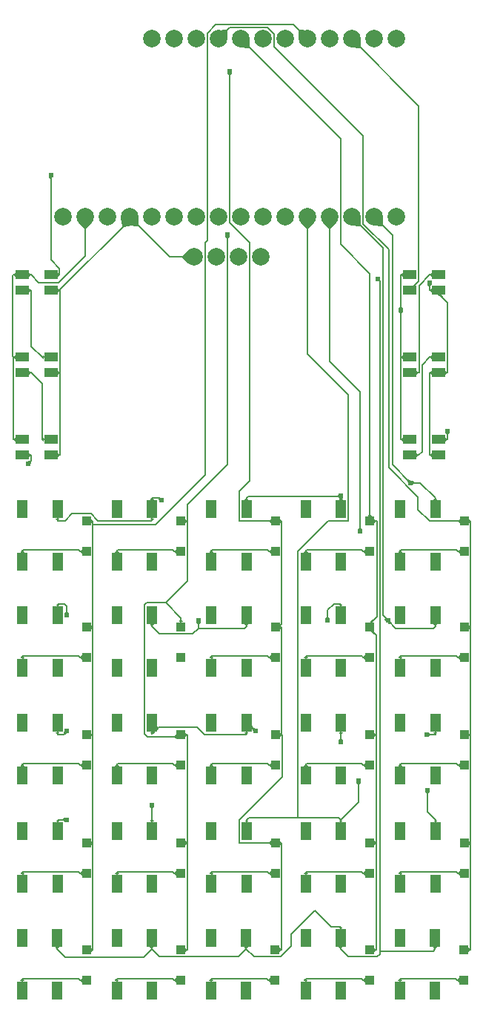
<source format=gtl>
G04 Layer: TopLayer*
G04 EasyEDA v6.5.22, 2022-11-13 20:11:36*
G04 637256469d5b4e0fbaa5dacb6fe29907,a2731e2ff01b41edbee4f831c5fec297,10*
G04 Gerber Generator version 0.2*
G04 Scale: 100 percent, Rotated: No, Reflected: No *
G04 Dimensions in millimeters *
G04 leading zeros omitted , absolute positions ,4 integer and 5 decimal *
%FSLAX45Y45*%
%MOMM*%

%ADD10C,0.1778*%
%ADD11R,1.0000X1.1000*%
%ADD12R,1.5450X0.9970*%
%ADD13R,1.2000X2.1000*%
%ADD14C,2.0000*%
%ADD15C,0.6096*%
%ADD16C,0.0113*%

%LPD*%
G36*
X5384596Y1195324D02*
G01*
X5397957Y1171143D01*
X5415737Y1171143D01*
X5429046Y1195324D01*
G37*
G36*
X4997958Y829462D02*
G01*
X4984597Y805281D01*
X5029047Y805281D01*
X5015738Y829462D01*
G37*
G36*
X4305096Y1195324D02*
G01*
X4318457Y1171143D01*
X4336237Y1171143D01*
X4349546Y1195324D01*
G37*
G36*
X4318457Y1429461D02*
G01*
X4305096Y1405280D01*
X4349546Y1405280D01*
X4336237Y1429461D01*
G37*
G36*
X3918458Y829462D02*
G01*
X3905097Y805281D01*
X3949547Y805281D01*
X3936237Y829462D01*
G37*
G36*
X3225596Y1195324D02*
G01*
X3238957Y1171143D01*
X3256737Y1171143D01*
X3270046Y1195324D01*
G37*
G36*
X2838958Y829462D02*
G01*
X2825597Y805281D01*
X2870047Y805281D01*
X2856738Y829462D01*
G37*
G36*
X2146096Y1195324D02*
G01*
X2159457Y1171143D01*
X2177237Y1171143D01*
X2190546Y1195324D01*
G37*
G36*
X1759407Y829462D02*
G01*
X1746097Y805281D01*
X1790547Y805281D01*
X1777187Y829462D01*
G37*
G36*
X1066596Y1195324D02*
G01*
X1079906Y1171143D01*
X1097686Y1171143D01*
X1111046Y1195324D01*
G37*
G36*
X679907Y829462D02*
G01*
X666597Y805281D01*
X711047Y805281D01*
X697687Y829462D01*
G37*
G36*
X5401919Y2649118D02*
G01*
X5388559Y2624937D01*
X5433009Y2624937D01*
X5419699Y2649118D01*
G37*
G36*
X5001920Y2049119D02*
G01*
X4988560Y2024938D01*
X5033010Y2024938D01*
X5019700Y2049119D01*
G37*
G36*
X4322419Y2649118D02*
G01*
X4309059Y2624937D01*
X4353509Y2624937D01*
X4340199Y2649118D01*
G37*
G36*
X3922420Y2049119D02*
G01*
X3909060Y2024938D01*
X3953510Y2024938D01*
X3940200Y2049119D01*
G37*
G36*
X3242919Y2649118D02*
G01*
X3229559Y2624937D01*
X3274009Y2624937D01*
X3260699Y2649118D01*
G37*
G36*
X2842920Y2049119D02*
G01*
X2829560Y2024938D01*
X2874010Y2024938D01*
X2860700Y2049119D01*
G37*
G36*
X2163419Y2651607D02*
G01*
X2150059Y2624937D01*
X2194509Y2624937D01*
X2181199Y2651607D01*
G37*
G36*
X1763420Y2049119D02*
G01*
X1750060Y2024938D01*
X1794510Y2024938D01*
X1781200Y2049119D01*
G37*
G36*
X1083919Y2649118D02*
G01*
X1070559Y2624937D01*
X1115009Y2624937D01*
X1101699Y2649118D01*
G37*
G36*
X683920Y2049119D02*
G01*
X670560Y2024938D01*
X715010Y2024938D01*
X701700Y2049119D01*
G37*
G36*
X5388559Y3646881D02*
G01*
X5401919Y3622700D01*
X5419699Y3622700D01*
X5433009Y3646881D01*
G37*
G36*
X5001920Y3281019D02*
G01*
X4988560Y3256838D01*
X5033010Y3256838D01*
X5019700Y3281019D01*
G37*
G36*
X4309059Y3646881D02*
G01*
X4322419Y3620211D01*
X4340199Y3620211D01*
X4353509Y3646881D01*
G37*
G36*
X3922420Y3281019D02*
G01*
X3909060Y3256838D01*
X3953510Y3256838D01*
X3940200Y3281019D01*
G37*
G36*
X3311804Y3726434D02*
G01*
X3311804Y3681984D01*
X3338474Y3664965D01*
X3338474Y3690112D01*
G37*
G36*
X3229559Y3646881D02*
G01*
X3242919Y3630929D01*
X3260699Y3630929D01*
X3274009Y3646881D01*
G37*
G36*
X2842920Y3281019D02*
G01*
X2829560Y3256838D01*
X2874010Y3256838D01*
X2860700Y3281019D01*
G37*
G36*
X2166010Y3646881D02*
G01*
X2166010Y3637229D01*
X2184857Y3630929D01*
X2210460Y3646881D01*
G37*
G36*
X2232304Y3713175D02*
G01*
X2232304Y3668725D01*
X2244801Y3690874D01*
X2238552Y3709720D01*
G37*
G36*
X2150059Y3646881D02*
G01*
X2163419Y3630929D01*
X2181199Y3630929D01*
X2194509Y3646881D01*
G37*
G36*
X1763420Y3281019D02*
G01*
X1750060Y3256838D01*
X1794510Y3256838D01*
X1781200Y3281019D01*
G37*
G36*
X1070559Y3646881D02*
G01*
X1083919Y3622700D01*
X1101699Y3622700D01*
X1115009Y3646881D01*
G37*
G36*
X683920Y3281019D02*
G01*
X670560Y3256838D01*
X715010Y3256838D01*
X701700Y3281019D01*
G37*
G36*
X5401919Y6319418D02*
G01*
X5388559Y6295237D01*
X5433009Y6295237D01*
X5419699Y6319418D01*
G37*
G36*
X5001920Y5719419D02*
G01*
X4988560Y5695238D01*
X5033010Y5695238D01*
X5019700Y5719419D01*
G37*
G36*
X4322419Y6319418D02*
G01*
X4309059Y6295237D01*
X4353509Y6295237D01*
X4340199Y6319418D01*
G37*
G36*
X3922420Y5719419D02*
G01*
X3909060Y5695238D01*
X3953510Y5695238D01*
X3940200Y5719419D01*
G37*
G36*
X3242919Y6319418D02*
G01*
X3229559Y6295237D01*
X3274009Y6295237D01*
X3260699Y6319418D01*
G37*
G36*
X2842920Y5719419D02*
G01*
X2829560Y5695238D01*
X2874010Y5695238D01*
X2860700Y5719419D01*
G37*
G36*
X2163419Y6319418D02*
G01*
X2150059Y6295237D01*
X2194509Y6295237D01*
X2181199Y6319418D01*
G37*
G36*
X2150059Y6085281D02*
G01*
X2163419Y6069330D01*
X2181199Y6069330D01*
X2194509Y6085281D01*
G37*
G36*
X1763420Y5719419D02*
G01*
X1750060Y5695238D01*
X1794510Y5695238D01*
X1781200Y5719419D01*
G37*
G36*
X1070559Y6085281D02*
G01*
X1083919Y6061100D01*
X1101699Y6061100D01*
X1115009Y6085281D01*
G37*
G36*
X683920Y5719419D02*
G01*
X670560Y5695238D01*
X715010Y5695238D01*
X701700Y5719419D01*
G37*
G36*
X1083919Y5112918D02*
G01*
X1070559Y5088737D01*
X1115009Y5088737D01*
X1101699Y5112918D01*
G37*
G36*
X683920Y4512919D02*
G01*
X670560Y4488738D01*
X715010Y4488738D01*
X701700Y4512919D01*
G37*
G36*
X2150059Y4878781D02*
G01*
X2163419Y4854600D01*
X2181199Y4854600D01*
X2194509Y4878781D01*
G37*
G36*
X3229559Y4878781D02*
G01*
X3242919Y4854600D01*
X3260699Y4854600D01*
X3274009Y4878781D01*
G37*
G36*
X2842920Y4512919D02*
G01*
X2829560Y4488738D01*
X2874010Y4488738D01*
X2860700Y4512919D01*
G37*
G36*
X4322419Y5112918D02*
G01*
X4309059Y5088737D01*
X4353509Y5088737D01*
X4340199Y5112918D01*
G37*
G36*
X3922420Y4512919D02*
G01*
X3909060Y4488738D01*
X3953510Y4488738D01*
X3940200Y4512919D01*
G37*
G36*
X5388559Y4878781D02*
G01*
X5401919Y4854600D01*
X5419699Y4854600D01*
X5433009Y4878781D01*
G37*
G36*
X5001920Y4512919D02*
G01*
X4988560Y4488738D01*
X5033010Y4488738D01*
X5019700Y4512919D01*
G37*
G36*
X1091895Y8886901D02*
G01*
X1091895Y8842451D01*
X1116025Y8855811D01*
X1116025Y8873591D01*
G37*
G36*
X1091895Y8708948D02*
G01*
X1091895Y8664498D01*
X1116025Y8677808D01*
X1116025Y8695588D01*
G37*
G36*
X764387Y8708948D02*
G01*
X764387Y8664498D01*
X788517Y8677808D01*
X788517Y8695588D01*
G37*
G36*
X609904Y8886901D02*
G01*
X585774Y8873591D01*
X585774Y8855811D01*
X609904Y8842451D01*
G37*
G36*
X764387Y8886901D02*
G01*
X764387Y8842451D01*
X788517Y8855811D01*
X788517Y8873591D01*
G37*
G36*
X5369712Y8886901D02*
G01*
X5345582Y8873591D01*
X5345582Y8855811D01*
X5369712Y8842451D01*
G37*
G36*
X5432094Y8636863D02*
G01*
X5468416Y8610193D01*
X5493562Y8610193D01*
X5476544Y8636863D01*
G37*
G36*
X5369712Y8708948D02*
G01*
X5345582Y8695588D01*
X5345582Y8677808D01*
X5369712Y8664498D01*
G37*
G36*
X5042204Y8886901D02*
G01*
X5018074Y8873591D01*
X5018074Y8855811D01*
X5042204Y8842451D01*
G37*
G36*
X5369712Y7947101D02*
G01*
X5345582Y7933791D01*
X5345582Y7916011D01*
X5369712Y7902651D01*
G37*
G36*
X5524195Y7769148D02*
G01*
X5524195Y7724698D01*
X5548325Y7738008D01*
X5548325Y7755788D01*
G37*
G36*
X5369712Y7769148D02*
G01*
X5345582Y7755788D01*
X5345582Y7738008D01*
X5369712Y7724698D01*
G37*
G36*
X5196687Y7769148D02*
G01*
X5196687Y7724698D01*
X5220817Y7738008D01*
X5220817Y7755788D01*
G37*
G36*
X5042204Y7947101D02*
G01*
X5018074Y7933791D01*
X5018074Y7916011D01*
X5042204Y7902651D01*
G37*
G36*
X5524195Y7007301D02*
G01*
X5524195Y6962851D01*
X5548325Y6976211D01*
X5548325Y6993991D01*
G37*
G36*
X5369712Y6829348D02*
G01*
X5345582Y6815988D01*
X5345582Y6798208D01*
X5369712Y6784898D01*
G37*
G36*
X5196687Y6829348D02*
G01*
X5196687Y6784898D01*
X5220817Y6798208D01*
X5220817Y6815988D01*
G37*
G36*
X5042204Y7007301D02*
G01*
X5018074Y6993991D01*
X5018074Y6976211D01*
X5042204Y6962851D01*
G37*
G36*
X937412Y7007301D02*
G01*
X913282Y6993991D01*
X913282Y6976211D01*
X937412Y6962851D01*
G37*
G36*
X1091895Y6829348D02*
G01*
X1091895Y6784898D01*
X1116025Y6798208D01*
X1116025Y6815988D01*
G37*
G36*
X764387Y6829348D02*
G01*
X764387Y6784898D01*
X788517Y6798208D01*
X788517Y6815988D01*
G37*
G36*
X609904Y7007301D02*
G01*
X585774Y6993991D01*
X585774Y6976211D01*
X609904Y6962851D01*
G37*
G36*
X937412Y7947101D02*
G01*
X913282Y7933791D01*
X913282Y7916011D01*
X937412Y7902651D01*
G37*
G36*
X1091895Y7769148D02*
G01*
X1091895Y7724698D01*
X1116025Y7738008D01*
X1116025Y7755788D01*
G37*
G36*
X764387Y7769148D02*
G01*
X764387Y7724698D01*
X788517Y7738008D01*
X788517Y7755788D01*
G37*
G36*
X609904Y7947101D02*
G01*
X585774Y7933791D01*
X585774Y7916011D01*
X609904Y7902651D01*
G37*
G36*
X1472387Y6075832D02*
G01*
X1472387Y6031382D01*
X1496568Y6044692D01*
X1496568Y6062472D01*
G37*
G36*
X1372412Y5728817D02*
G01*
X1348282Y5715457D01*
X1348282Y5697677D01*
X1372412Y5684367D01*
G37*
G36*
X4710887Y3637432D02*
G01*
X4710887Y3592982D01*
X4735068Y3606292D01*
X4735068Y3624072D01*
G37*
G36*
X4610912Y3290417D02*
G01*
X4586782Y3277057D01*
X4586782Y3259277D01*
X4610912Y3245967D01*
G37*
G36*
X3631387Y3637432D02*
G01*
X3631387Y3592982D01*
X3655568Y3606292D01*
X3655568Y3624072D01*
G37*
G36*
X3531412Y3290417D02*
G01*
X3507282Y3277057D01*
X3507282Y3259277D01*
X3531412Y3245967D01*
G37*
G36*
X2451912Y3618687D02*
G01*
X2425242Y3605377D01*
X2425242Y3587597D01*
X2451912Y3574237D01*
G37*
G36*
X2551887Y3637432D02*
G01*
X2551887Y3592982D01*
X2576068Y3606292D01*
X2576068Y3624072D01*
G37*
G36*
X2451912Y3290417D02*
G01*
X2427782Y3277057D01*
X2427782Y3259277D01*
X2451912Y3245967D01*
G37*
G36*
X1472387Y3637432D02*
G01*
X1472387Y3592982D01*
X1488338Y3606292D01*
X1488338Y3624072D01*
G37*
G36*
X1372412Y3290417D02*
G01*
X1348282Y3277057D01*
X1348282Y3259277D01*
X1372412Y3245967D01*
G37*
G36*
X5790387Y4869332D02*
G01*
X5790387Y4824882D01*
X5814568Y4838192D01*
X5814568Y4855972D01*
G37*
G36*
X5690412Y4522317D02*
G01*
X5666282Y4508957D01*
X5666282Y4491177D01*
X5690412Y4477867D01*
G37*
G36*
X4675124Y4792116D02*
G01*
X4711446Y4765446D01*
X4736592Y4765446D01*
X4710887Y4792116D01*
G37*
G36*
X4692954Y4928768D02*
G01*
X4656632Y4902098D01*
X4701082Y4902098D01*
X4718100Y4928768D01*
G37*
G36*
X4610912Y4522317D02*
G01*
X4586782Y4508957D01*
X4586782Y4491177D01*
X4610912Y4477867D01*
G37*
G36*
X3649421Y4890566D02*
G01*
X3631387Y4882235D01*
X3631387Y4837785D01*
X3655669Y4871720D01*
G37*
G36*
X3631387Y4869332D02*
G01*
X3631387Y4824882D01*
X3655568Y4838192D01*
X3655568Y4855972D01*
G37*
G36*
X3531412Y4522317D02*
G01*
X3507282Y4508957D01*
X3507282Y4491177D01*
X3531412Y4477867D01*
G37*
G36*
X2493010Y4928768D02*
G01*
X2479700Y4902098D01*
X2524150Y4902098D01*
X2510790Y4928768D01*
G37*
G36*
X1472387Y4869332D02*
G01*
X1472387Y4824882D01*
X1496568Y4838192D01*
X1496568Y4855972D01*
G37*
G36*
X1372412Y4522317D02*
G01*
X1348282Y4508957D01*
X1348282Y4491177D01*
X1372412Y4477867D01*
G37*
G36*
X5690412Y6075832D02*
G01*
X5663742Y6062472D01*
X5663742Y6044692D01*
X5690412Y6031382D01*
G37*
G36*
X5790387Y6075832D02*
G01*
X5790387Y6031382D01*
X5814568Y6044692D01*
X5814568Y6062472D01*
G37*
G36*
X5690412Y5728817D02*
G01*
X5666282Y5715457D01*
X5666282Y5697677D01*
X5690412Y5684367D01*
G37*
G36*
X4652010Y6135268D02*
G01*
X4638700Y6108598D01*
X4683150Y6108598D01*
X4669790Y6135268D01*
G37*
G36*
X4710887Y6075832D02*
G01*
X4710887Y6031382D01*
X4735068Y6044692D01*
X4735068Y6062472D01*
G37*
G36*
X4610912Y5728817D02*
G01*
X4586782Y5715457D01*
X4586782Y5697677D01*
X4610912Y5684367D01*
G37*
G36*
X3531412Y6075832D02*
G01*
X3504742Y6062472D01*
X3504742Y6044692D01*
X3531412Y6031382D01*
G37*
G36*
X3631387Y6075832D02*
G01*
X3631387Y6031382D01*
X3655568Y6044692D01*
X3655568Y6062472D01*
G37*
G36*
X3531412Y5728817D02*
G01*
X3507282Y5715457D01*
X3507282Y5697677D01*
X3531412Y5684367D01*
G37*
G36*
X2551887Y6075832D02*
G01*
X2551887Y6031382D01*
X2576068Y6044692D01*
X2576068Y6062472D01*
G37*
G36*
X2451912Y5728817D02*
G01*
X2427782Y5715457D01*
X2427782Y5697677D01*
X2451912Y5684367D01*
G37*
G36*
X5790387Y3637432D02*
G01*
X5790387Y3592982D01*
X5806389Y3606292D01*
X5806389Y3624072D01*
G37*
G36*
X5690412Y3290417D02*
G01*
X5666282Y3277057D01*
X5666282Y3259277D01*
X5690412Y3245967D01*
G37*
G36*
X5786424Y1185875D02*
G01*
X5786424Y1141425D01*
X5810605Y1154734D01*
X5810605Y1172514D01*
G37*
G36*
X5686399Y838860D02*
G01*
X5662269Y825500D01*
X5662269Y807720D01*
X5686399Y794410D01*
G37*
G36*
X4706924Y1185875D02*
G01*
X4706924Y1141425D01*
X4731105Y1154734D01*
X4731105Y1172514D01*
G37*
G36*
X4606899Y838860D02*
G01*
X4582769Y825500D01*
X4582769Y807720D01*
X4606899Y794410D01*
G37*
G36*
X3627424Y1185875D02*
G01*
X3627424Y1141425D01*
X3651605Y1154734D01*
X3651605Y1172514D01*
G37*
G36*
X3527399Y838860D02*
G01*
X3503269Y825500D01*
X3503269Y807720D01*
X3527399Y794410D01*
G37*
G36*
X2547924Y1185875D02*
G01*
X2547924Y1141425D01*
X2572105Y1154734D01*
X2572105Y1172514D01*
G37*
G36*
X2447899Y838860D02*
G01*
X2423769Y825500D01*
X2423769Y807720D01*
X2447899Y794410D01*
G37*
G36*
X1471777Y1184046D02*
G01*
X1471777Y1139596D01*
X1495958Y1152906D01*
X1495958Y1170686D01*
G37*
G36*
X1371803Y837082D02*
G01*
X1347622Y823721D01*
X1347622Y805942D01*
X1371803Y792632D01*
G37*
G36*
X5790387Y2405532D02*
G01*
X5790387Y2361082D01*
X5814568Y2374392D01*
X5814568Y2392172D01*
G37*
G36*
X5690412Y2058517D02*
G01*
X5666282Y2045157D01*
X5666282Y2027377D01*
X5690412Y2014067D01*
G37*
G36*
X4710887Y2405532D02*
G01*
X4710887Y2361082D01*
X4735068Y2374392D01*
X4735068Y2392172D01*
G37*
G36*
X4610912Y2058517D02*
G01*
X4586782Y2045157D01*
X4586782Y2027377D01*
X4610912Y2014067D01*
G37*
G36*
X3531412Y2405532D02*
G01*
X3504742Y2392172D01*
X3504742Y2374392D01*
X3531412Y2361082D01*
G37*
G36*
X3631387Y2405532D02*
G01*
X3631387Y2361082D01*
X3655568Y2374392D01*
X3655568Y2392172D01*
G37*
G36*
X3531412Y2058517D02*
G01*
X3507282Y2045157D01*
X3507282Y2027377D01*
X3531412Y2014067D01*
G37*
G36*
X2551887Y2405532D02*
G01*
X2551887Y2361082D01*
X2576068Y2374392D01*
X2576068Y2392172D01*
G37*
G36*
X2451912Y2058517D02*
G01*
X2427782Y2045157D01*
X2427782Y2027377D01*
X2451912Y2014067D01*
G37*
G36*
X1472387Y2405532D02*
G01*
X1472387Y2361082D01*
X1496568Y2374392D01*
X1496568Y2392172D01*
G37*
G36*
X1372412Y2058517D02*
G01*
X1348282Y2045157D01*
X1348282Y2027377D01*
X1372412Y2014067D01*
G37*
G36*
X5525465Y7060793D02*
G01*
X5539435Y7039457D01*
X5557215Y7039457D01*
X5571185Y7060793D01*
G37*
G36*
X779221Y6745782D02*
G01*
X754278Y6740601D01*
X786587Y6708241D01*
X791819Y6733235D01*
G37*
G36*
X4783074Y8822080D02*
G01*
X4750765Y8789720D01*
X4769510Y8790736D01*
X4782058Y8803335D01*
G37*
G36*
X5299913Y2966516D02*
G01*
X5313883Y2945180D01*
X5331663Y2945180D01*
X5345633Y2966516D01*
G37*
G36*
X4509668Y3072333D02*
G01*
X4523638Y3050997D01*
X4541418Y3050997D01*
X4555388Y3072333D01*
G37*
G36*
X2149449Y2796743D02*
G01*
X2163419Y2775407D01*
X2181199Y2775407D01*
X2195169Y2796743D01*
G37*
G36*
X1173429Y2671978D02*
G01*
X1152093Y2658008D01*
X1152093Y2640228D01*
X1173429Y2626258D01*
G37*
G36*
X5330037Y3645560D02*
G01*
X5330037Y3599840D01*
X5351373Y3613810D01*
X5351373Y3631590D01*
G37*
G36*
X4322419Y3572764D02*
G01*
X4308449Y3551428D01*
X4354169Y3551428D01*
X4340199Y3572764D01*
G37*
G36*
X3335680Y3692906D02*
G01*
X3323132Y3680358D01*
X3328314Y3655364D01*
X3360674Y3687724D01*
G37*
G36*
X1168400Y3659225D02*
G01*
X1163167Y3634232D01*
X1175766Y3621684D01*
X1200708Y3626865D01*
G37*
G36*
X4541062Y5977788D02*
G01*
X4527092Y5956452D01*
X4572812Y5956452D01*
X4558842Y5977788D01*
G37*
G36*
X4169968Y4961483D02*
G01*
X4155998Y4940147D01*
X4201718Y4940147D01*
X4187748Y4961483D01*
G37*
G36*
X4844694Y4955590D02*
G01*
X4832146Y4943043D01*
X4837328Y4918049D01*
X4869688Y4950409D01*
G37*
G36*
X4898186Y4921910D02*
G01*
X4865827Y4889550D01*
X4890820Y4884369D01*
X4903368Y4896916D01*
G37*
G36*
X1189939Y5025237D02*
G01*
X1175969Y5003901D01*
X1221689Y5003901D01*
X1207719Y5025237D01*
G37*
G36*
X2682036Y4899812D02*
G01*
X2696006Y4878476D01*
X2713786Y4878476D01*
X2727756Y4899812D01*
G37*
G36*
X5146903Y6516116D02*
G01*
X5146903Y6470396D01*
X5168239Y6484366D01*
X5168239Y6502146D01*
G37*
G36*
X5103672Y6528866D02*
G01*
X5091125Y6516319D01*
X5096306Y6491325D01*
X5128615Y6523685D01*
G37*
G36*
X4308246Y6361023D02*
G01*
X4288993Y6344361D01*
X4291431Y6326581D01*
X4314444Y6315760D01*
G37*
G36*
X4308449Y6320993D02*
G01*
X4322419Y6299657D01*
X4340199Y6299657D01*
X4354169Y6320993D01*
G37*
G36*
X2258060Y6325717D02*
G01*
X2245512Y6313119D01*
X2247849Y6291021D01*
X2280158Y6323380D01*
G37*
G36*
X3037840Y11164316D02*
G01*
X3051810Y11142980D01*
X3069590Y11142980D01*
X3083560Y11164316D01*
G37*
G36*
X3012440Y9302191D02*
G01*
X3026410Y9280855D01*
X3044190Y9280855D01*
X3058160Y9302191D01*
G37*
G36*
X991819Y9983012D02*
G01*
X1005789Y9961676D01*
X1023569Y9961676D01*
X1037539Y9983012D01*
G37*
G36*
X5009032Y8503920D02*
G01*
X4995062Y8482584D01*
X5040782Y8482584D01*
X5026812Y8503920D01*
G37*
G36*
X4995062Y8442299D02*
G01*
X5009032Y8420963D01*
X5026812Y8420963D01*
X5040782Y8442299D01*
G37*
G36*
X5366461Y8757056D02*
G01*
X5320893Y8753043D01*
X5336692Y8732977D01*
X5354472Y8734552D01*
G37*
G36*
X1334719Y9458858D02*
G01*
X1400810Y9388856D01*
X1418590Y9388856D01*
X1484680Y9458858D01*
G37*
G36*
X1818538Y9512147D02*
G01*
X1834032Y9417253D01*
X1849018Y9407093D01*
X1942846Y9428226D01*
G37*
G36*
X2017522Y9531248D02*
G01*
X1911451Y9425178D01*
X2007666Y9422434D01*
X2020265Y9435033D01*
G37*
G36*
X3874719Y9458858D02*
G01*
X3940810Y9388856D01*
X3958590Y9388856D01*
X4024680Y9458858D01*
G37*
G36*
X4128719Y9458858D02*
G01*
X4194810Y9388856D01*
X4212590Y9388856D01*
X4278680Y9458858D01*
G37*
G36*
X4557522Y9531248D02*
G01*
X4451451Y9425178D01*
X4547666Y9422434D01*
X4560265Y9435033D01*
G37*
G36*
X4811522Y9531248D02*
G01*
X4705451Y9425178D01*
X4801666Y9422434D01*
X4814265Y9435033D01*
G37*
G36*
X3023666Y11659565D02*
G01*
X2927451Y11656822D01*
X3033522Y11550751D01*
X3036265Y11646966D01*
G37*
G36*
X3287522Y11563248D02*
G01*
X3181451Y11457178D01*
X3277666Y11454434D01*
X3290265Y11467033D01*
G37*
G36*
X3859733Y11659565D02*
G01*
X3847134Y11646966D01*
X3849878Y11550751D01*
X3955948Y11656822D01*
G37*
G36*
X4557522Y11563248D02*
G01*
X4451451Y11457178D01*
X4547666Y11454434D01*
X4560265Y11467033D01*
G37*
G36*
X2588158Y9142780D02*
G01*
X2518156Y9076690D01*
X2518156Y9058910D01*
X2588158Y8992819D01*
G37*
D10*
X5447029Y7747000D02*
G01*
X5548375Y7747000D01*
X5404358Y8686800D02*
G01*
X5548375Y8542781D01*
X5548375Y7747000D01*
X5548375Y7747000D01*
X5404358Y8686800D02*
G01*
X5345684Y8686800D01*
X5446953Y8686698D02*
G01*
X5404484Y8686698D01*
X5341899Y8775115D02*
G01*
X5345556Y8771458D01*
X5345556Y8686698D01*
X1917700Y9525000D02*
G01*
X1917700Y9488347D01*
X1116050Y8686698D01*
X1122095Y7746898D02*
G01*
X1122095Y8680653D01*
X1116050Y8686698D01*
X1917700Y9525000D02*
G01*
X2374900Y9067800D01*
X2654300Y9067800D01*
X1116050Y6807098D02*
G01*
X1122095Y6813143D01*
X1122095Y7746898D01*
X1122095Y7746898D02*
G01*
X1116050Y7746898D01*
X1014729Y8686800D02*
G01*
X1116076Y8686800D01*
X1014729Y7747000D02*
G01*
X1116076Y7747000D01*
X1014729Y6807200D02*
G01*
X1116076Y6807200D01*
X5345556Y6807098D02*
G01*
X5345429Y6807225D01*
X5345429Y7746771D01*
X5345556Y7746898D01*
X5447029Y6807200D02*
G01*
X5345684Y6807200D01*
X5447029Y7747000D02*
G01*
X5345684Y7747000D01*
X687070Y6985000D02*
G01*
X585723Y6985000D01*
X585749Y6985101D02*
G01*
X585622Y6985228D01*
X585622Y7924774D01*
X585749Y7924901D01*
X687070Y7924800D02*
G01*
X585723Y7924800D01*
X687070Y8864600D02*
G01*
X585723Y8864600D01*
X585749Y8864701D02*
G01*
X574979Y8853931D01*
X574979Y7935671D01*
X585749Y7924901D01*
X729640Y8864701D02*
G01*
X687146Y8864701D01*
X729742Y8864600D02*
G01*
X788415Y8864600D01*
X788543Y8864701D02*
G01*
X877544Y8775700D01*
X1104950Y8775700D01*
X1409700Y9080449D01*
X1409700Y9525000D01*
X5017922Y8462441D02*
G01*
X5017922Y8864574D01*
X5018049Y8864701D01*
X5017922Y7924901D02*
G01*
X5017922Y8462441D01*
X5017922Y7924901D02*
G01*
X5017922Y6985228D01*
X5018049Y6985101D01*
X5017922Y7924901D02*
G01*
X5018049Y7924901D01*
X5119370Y6985000D02*
G01*
X5018024Y6985000D01*
X5119370Y7924800D02*
G01*
X5018024Y7924800D01*
X5119370Y8864600D02*
G01*
X5018024Y8864600D01*
X4457700Y11557000D02*
G01*
X5220970Y10793729D01*
X5220970Y8788145D01*
X5119370Y8686800D01*
X1116050Y8864701D02*
G01*
X1116050Y8933510D01*
X1014653Y9034906D01*
X1014653Y10003154D01*
X1014729Y8864600D02*
G01*
X1116076Y8864600D01*
X1496695Y6017945D02*
G01*
X1496695Y4847209D01*
X1496568Y4847081D01*
X1496568Y6053581D02*
G01*
X1496695Y6053454D01*
X1496695Y6017945D01*
X1496695Y6017945D02*
G01*
X2213609Y6017945D01*
X2781198Y6585534D01*
X2781198Y9229318D01*
X2806700Y9254820D01*
X2806700Y11624030D01*
X2901391Y11718721D01*
X3787978Y11718721D01*
X3949700Y11557000D01*
X1421892Y1161795D02*
G01*
X1496060Y1161795D01*
X1496695Y2383281D02*
G01*
X1496695Y3606850D01*
X1488363Y3615181D01*
X1495958Y1161821D02*
G01*
X1496695Y1162557D01*
X1496695Y2383281D01*
X1496695Y2383281D02*
G01*
X1496568Y2383281D01*
X1422400Y2383281D02*
G01*
X1496568Y2383281D01*
X1496568Y4847081D02*
G01*
X1496695Y4846954D01*
X1496695Y3623513D01*
X1488363Y3615181D01*
X1422400Y6053581D02*
G01*
X1496568Y6053581D01*
X1422400Y3615181D02*
G01*
X1488439Y3615181D01*
X1422400Y4847081D02*
G01*
X1496568Y4847081D01*
X3035325Y9322333D02*
G01*
X3035325Y6701764D01*
X2576068Y6242507D01*
X2576068Y6053581D01*
X2326919Y5124856D02*
G01*
X2576195Y5374131D01*
X2576195Y6053454D01*
X2576068Y6053581D01*
X2501900Y4886705D02*
G01*
X2501900Y4949952D01*
X2326893Y5124957D01*
X2520441Y3615181D02*
G01*
X2501645Y3596386D01*
X2118613Y3596386D01*
X2088134Y3627120D01*
X2088134Y5099050D01*
X2113788Y5124957D01*
X2326893Y5124957D01*
X2520441Y3615181D02*
G01*
X2576068Y3615181D01*
X2501900Y3615181D02*
G01*
X2520441Y3615181D01*
X2501900Y4847081D02*
G01*
X2501900Y4886680D01*
X2576195Y2383281D02*
G01*
X2576195Y1167739D01*
X2572080Y1163624D01*
X2576068Y3615181D02*
G01*
X2576195Y3615054D01*
X2576195Y2383281D01*
X2576195Y2383281D02*
G01*
X2576068Y2383281D01*
X2497836Y1163573D02*
G01*
X2572004Y1163573D01*
X2501900Y6053581D02*
G01*
X2576068Y6053581D01*
X2501900Y2383281D02*
G01*
X2576068Y2383281D01*
X3060700Y11184381D02*
G01*
X3060700Y9457944D01*
X3289300Y9229344D01*
X3289300Y6516115D01*
X3167634Y6394195D01*
X3167634Y6060947D01*
X3175000Y6053581D01*
X3581400Y6053581D01*
X3581400Y6053581D02*
G01*
X3655568Y6053581D01*
X3618484Y4847081D02*
G01*
X3655568Y4884165D01*
X3655568Y6053328D01*
X3655568Y6053581D01*
X3618484Y4847081D02*
G01*
X3655568Y4847081D01*
X3581400Y4847081D02*
G01*
X3618484Y4847081D01*
X3581400Y2383281D02*
G01*
X3172713Y2383281D01*
X3167634Y2388362D01*
X3167634Y2643378D01*
X3661918Y3137915D01*
X3661918Y3608831D01*
X3655568Y3615181D01*
X3618484Y2383281D02*
G01*
X3581400Y2383281D01*
X3618484Y2383281D02*
G01*
X3655568Y2383281D01*
X3581400Y3615181D02*
G01*
X3655568Y3615181D01*
X3655568Y3615181D02*
G01*
X3655695Y3615309D01*
X3655695Y4846954D01*
X3655568Y4847081D01*
X3577336Y1163573D02*
G01*
X3651504Y1163573D01*
X3651580Y1163624D02*
G01*
X3655695Y1167739D01*
X3655695Y2383154D01*
X3655568Y2383281D01*
X4660900Y6053581D02*
G01*
X4660900Y8879839D01*
X4327906Y9212834D01*
X4327906Y10416794D01*
X3187700Y11557000D01*
X4642358Y4847081D02*
G01*
X4735068Y4754371D01*
X4735068Y3615181D01*
X4735068Y3615181D01*
X4642383Y4847081D02*
G01*
X4623841Y4847081D01*
X4660900Y4847081D02*
G01*
X4642383Y4847081D01*
X4660900Y6053581D02*
G01*
X4735068Y6053581D01*
X4623815Y4847081D02*
G01*
X4742688Y4965954D01*
X4742688Y6045962D01*
X4735068Y6053581D01*
X4660900Y3615181D02*
G01*
X4735068Y3615181D01*
X4735195Y2383281D02*
G01*
X4735195Y1167739D01*
X4731080Y1163624D01*
X4735068Y3615181D02*
G01*
X4735195Y3615054D01*
X4735195Y2383281D01*
X4735195Y2383281D02*
G01*
X4735068Y2383281D01*
X4656836Y1163573D02*
G01*
X4731004Y1163573D01*
X4660900Y2383281D02*
G01*
X4735068Y2383281D01*
X2933700Y11557000D02*
G01*
X3060191Y11683492D01*
X3493261Y11683492D01*
X3568700Y11608054D01*
X3568700Y11468608D01*
X4584700Y10452608D01*
X4584700Y9444989D01*
X4877308Y9152381D01*
X4877308Y6665468D01*
X5210809Y6331712D01*
X5210809Y6187947D01*
X5345175Y6053581D01*
X5740400Y6053581D01*
X5777484Y6053581D02*
G01*
X5740400Y6053581D01*
X5777484Y6053581D02*
G01*
X5814568Y6053581D01*
X5736336Y1163573D02*
G01*
X5810504Y1163573D01*
X5810580Y1163624D02*
G01*
X5814695Y1167739D01*
X5814695Y2383154D01*
X5814568Y2383281D01*
X5740400Y2383281D02*
G01*
X5814568Y2383281D01*
X5814568Y3615181D02*
G01*
X5814695Y3615054D01*
X5814695Y2383409D01*
X5814568Y2383281D01*
X5806363Y3615181D02*
G01*
X5814568Y3615181D01*
X5740400Y3615181D02*
G01*
X5806440Y3615181D01*
X5814568Y6053581D02*
G01*
X5814695Y6053454D01*
X5814695Y4847209D01*
X5814568Y4847081D01*
X5740400Y4847081D02*
G01*
X5814568Y4847081D01*
X5814568Y4847081D02*
G01*
X5814695Y4846954D01*
X5814695Y3615309D01*
X5814568Y3615181D01*
X2278252Y6292951D02*
G01*
X2251786Y6319418D01*
X2172309Y6319418D01*
X2172208Y6190234D02*
G01*
X2172208Y6319520D01*
X5126736Y6493255D02*
G01*
X5236972Y6493255D01*
X5410809Y6319418D01*
X4711700Y9525000D02*
G01*
X4922011Y9314687D01*
X4922011Y6697979D01*
X5126736Y6493255D01*
X4331309Y6319418D02*
G01*
X4331309Y6341135D01*
X3251708Y6190234D02*
G01*
X3251708Y6319520D01*
X3251809Y6319418D02*
G01*
X3267887Y6335496D01*
X4315231Y6335496D01*
X4331309Y6319418D01*
X4331208Y6190234D02*
G01*
X4331208Y6319520D01*
X1092707Y6190234D02*
G01*
X1092707Y6061202D01*
X2172309Y6069329D02*
G01*
X2163952Y6060973D01*
X1554327Y6060973D01*
X1473454Y6141846D01*
X1257706Y6141846D01*
X1176959Y6061100D01*
X1092809Y6061100D01*
X2172208Y6190234D02*
G01*
X2172208Y6069329D01*
X5410708Y6190234D02*
G01*
X5410708Y6319520D01*
X2704871Y4832908D02*
G01*
X2704871Y4919979D01*
X2172309Y4854600D02*
G01*
X2259101Y4767808D01*
X2639771Y4767808D01*
X2704871Y4832908D01*
X2704871Y4832908D02*
G01*
X3230118Y4832908D01*
X3251809Y4854600D01*
X1092707Y4983734D02*
G01*
X1092707Y5113020D01*
X1092809Y5112918D02*
G01*
X1172337Y5112918D01*
X1198829Y5086426D01*
X1198829Y4983759D01*
X4867757Y4919979D02*
G01*
X4808956Y4978780D01*
X4808956Y9173743D01*
X4457700Y9525000D01*
X5410809Y4854600D02*
G01*
X5389118Y4832908D01*
X4954828Y4832908D01*
X4867757Y4919979D01*
X4331309Y5112918D02*
G01*
X4252620Y5112918D01*
X4178858Y5039156D01*
X4178858Y4919979D01*
X4331208Y4983734D02*
G01*
X4331208Y5113020D01*
X3251809Y4919192D02*
G01*
X3251809Y4983759D01*
X3251708Y4919218D02*
G01*
X3251708Y4854702D01*
X5410708Y4983734D02*
G01*
X5410708Y4854702D01*
X2172208Y4983734D02*
G01*
X2172208Y4854702D01*
X4549952Y5936284D02*
G01*
X4549952Y7528001D01*
X4203700Y7874254D01*
X4203700Y9525000D01*
X3251708Y3721100D02*
G01*
X3294888Y3721100D01*
X3358641Y3657345D01*
X1198803Y3657295D02*
G01*
X1164209Y3622700D01*
X1092809Y3622700D01*
X1092707Y3751834D02*
G01*
X1092707Y3622802D01*
X3251708Y3721100D02*
G01*
X3251708Y3630929D01*
X3251809Y3751859D02*
G01*
X3251809Y3721100D01*
X5410809Y3622700D02*
G01*
X5309895Y3622700D01*
X5410708Y3751834D02*
G01*
X5410708Y3622802D01*
X4331208Y3751834D02*
G01*
X4331208Y3531362D01*
X3251809Y3630929D02*
G01*
X3243452Y3622573D01*
X2767533Y3622573D01*
X2686659Y3703446D01*
X2244826Y3703446D01*
X2172309Y3630929D01*
X2172208Y3751834D02*
G01*
X2172208Y3630929D01*
X3835654Y2673400D02*
G01*
X3276091Y2673400D01*
X3251809Y2649118D01*
X4331309Y2649118D02*
G01*
X4307027Y2673400D01*
X3835654Y2673400D01*
X3835654Y2673400D02*
G01*
X3835654Y5706694D01*
X4187164Y6058204D01*
X4410405Y6058204D01*
X4415586Y6063386D01*
X4415586Y7495946D01*
X3949700Y7961833D01*
X3949700Y9525000D01*
X1193596Y2649118D02*
G01*
X1092809Y2649118D01*
X1092707Y2519934D02*
G01*
X1092707Y2649220D01*
X5410809Y2649118D02*
G01*
X5322773Y2737154D01*
X5322773Y2986684D01*
X2172208Y2816860D02*
G01*
X2172208Y2519934D01*
X5410708Y2519934D02*
G01*
X5410708Y2649220D01*
X4532553Y3092500D02*
G01*
X4532553Y2850362D01*
X4331309Y2649118D01*
X3251708Y2519934D02*
G01*
X3251708Y2649220D01*
X4331208Y2519934D02*
G01*
X4331208Y2649220D01*
X4775784Y1149451D02*
G01*
X4775784Y8797036D01*
X4752670Y8820150D01*
X5406821Y1171143D02*
G01*
X5385130Y1149451D01*
X4775784Y1149451D01*
X4327321Y1171143D02*
G01*
X4414113Y1084351D01*
X4745532Y1084351D01*
X4775784Y1114602D01*
X4775784Y1149451D01*
X3247821Y1171143D02*
G01*
X3161029Y1084351D01*
X2255113Y1084351D01*
X2168321Y1171143D01*
X2168321Y1171143D02*
G01*
X2079726Y1082547D01*
X1177417Y1082547D01*
X1088821Y1171143D01*
X1088897Y1300226D02*
G01*
X1088897Y1171194D01*
X2168397Y1300226D02*
G01*
X2168397Y1171194D01*
X4327321Y1429461D02*
G01*
X4220667Y1429461D01*
X4033977Y1616151D01*
X3759047Y1341221D01*
X3759047Y1204010D01*
X3639388Y1084351D01*
X3334613Y1084351D01*
X3247821Y1171143D01*
X3247897Y1300226D02*
G01*
X3247897Y1171194D01*
X4327397Y1300226D02*
G01*
X4327397Y1171194D01*
X5406897Y1300226D02*
G01*
X5406897Y1171194D01*
X4327397Y1300226D02*
G01*
X4327397Y1429512D01*
X5548350Y6985101D02*
G01*
X5548350Y7080935D01*
X5447029Y6985000D02*
G01*
X5548375Y6985000D01*
X756183Y6710171D02*
G01*
X788543Y6742531D01*
X788543Y6807098D01*
X687070Y6807200D02*
G01*
X788415Y6807200D01*
X687070Y7747000D02*
G01*
X788415Y7747000D01*
X1014729Y6985000D02*
G01*
X913384Y6985000D01*
X913256Y6985101D02*
G01*
X913256Y7622184D01*
X788543Y7746898D01*
X5345556Y8864701D02*
G01*
X5223306Y8742451D01*
X5223306Y7749362D01*
X5220843Y7746898D01*
X5119370Y7747000D02*
G01*
X5220715Y7747000D01*
X5447029Y8864600D02*
G01*
X5345684Y8864600D01*
X5447029Y7924800D02*
G01*
X5345684Y7924800D01*
X5119370Y6807200D02*
G01*
X5220715Y6807200D01*
X5220843Y6807098D02*
G01*
X5256479Y6842734D01*
X5256479Y7835823D01*
X5345556Y7924901D01*
X1014729Y7924800D02*
G01*
X913384Y7924800D01*
X687070Y8686800D02*
G01*
X788415Y8686800D01*
X788543Y8686698D02*
G01*
X788543Y8049615D01*
X913256Y7924901D01*
X5736336Y816610D02*
G01*
X5662168Y816610D01*
X5006847Y700278D02*
G01*
X5006847Y829563D01*
X5006822Y829462D02*
G01*
X5012181Y834821D01*
X5644083Y834821D01*
X5662269Y816635D01*
X4656836Y816610D02*
G01*
X4582668Y816610D01*
X3927347Y700278D02*
G01*
X3927347Y829563D01*
X3927322Y829462D02*
G01*
X3932681Y834821D01*
X4564583Y834821D01*
X4582769Y816635D01*
X3577336Y816610D02*
G01*
X3503168Y816610D01*
X2847847Y700278D02*
G01*
X2847847Y829563D01*
X2847822Y829462D02*
G01*
X2853181Y834821D01*
X3485083Y834821D01*
X3503269Y816635D01*
X2497836Y816610D02*
G01*
X2423668Y816610D01*
X1768347Y700278D02*
G01*
X1768347Y829563D01*
X1768322Y829462D02*
G01*
X1773681Y834821D01*
X2405583Y834821D01*
X2423769Y816635D01*
X1421892Y814831D02*
G01*
X1347723Y814831D01*
X688847Y700278D02*
G01*
X688847Y829563D01*
X688822Y829462D02*
G01*
X693293Y833932D01*
X1328546Y833932D01*
X1347647Y814831D01*
X5740400Y2036318D02*
G01*
X5666231Y2036318D01*
X5010911Y1919986D02*
G01*
X5010911Y2049018D01*
X5010810Y2049119D02*
G01*
X5016169Y2054479D01*
X5648070Y2054479D01*
X5666257Y2036292D01*
X4660900Y2036318D02*
G01*
X4586731Y2036318D01*
X3931411Y1919986D02*
G01*
X3931411Y2049018D01*
X3931310Y2049119D02*
G01*
X3936669Y2054479D01*
X4568570Y2054479D01*
X4586757Y2036292D01*
X3581400Y2036318D02*
G01*
X3507231Y2036318D01*
X2851911Y1919986D02*
G01*
X2851911Y2049018D01*
X2851810Y2049119D02*
G01*
X2857169Y2054479D01*
X3489070Y2054479D01*
X3507257Y2036292D01*
X2501900Y2036318D02*
G01*
X2427731Y2036318D01*
X1772412Y1919986D02*
G01*
X1772412Y2049018D01*
X1772310Y2049119D02*
G01*
X1777669Y2054479D01*
X2409570Y2054479D01*
X2427757Y2036292D01*
X1422400Y2036318D02*
G01*
X1348231Y2036318D01*
X692912Y1919986D02*
G01*
X692912Y2049018D01*
X692810Y2049119D02*
G01*
X698169Y2054479D01*
X1330070Y2054479D01*
X1348257Y2036292D01*
X5740400Y3268218D02*
G01*
X5666231Y3268218D01*
X5010911Y3151886D02*
G01*
X5010911Y3280918D01*
X5010810Y3281019D02*
G01*
X5016169Y3286379D01*
X5648070Y3286379D01*
X5666257Y3268192D01*
X4660900Y3268218D02*
G01*
X4586731Y3268218D01*
X3931411Y3151886D02*
G01*
X3931411Y3280918D01*
X3931310Y3281019D02*
G01*
X3936669Y3286379D01*
X4568570Y3286379D01*
X4586757Y3268192D01*
X3581400Y3268218D02*
G01*
X3507231Y3268218D01*
X2851911Y3151886D02*
G01*
X2851911Y3280918D01*
X2851810Y3281019D02*
G01*
X2857169Y3286379D01*
X3489070Y3286379D01*
X3507257Y3268192D01*
X2501900Y3268218D02*
G01*
X2427731Y3268218D01*
X1772412Y3151886D02*
G01*
X1772412Y3280918D01*
X1772310Y3281019D02*
G01*
X1777669Y3286379D01*
X2409570Y3286379D01*
X2427757Y3268192D01*
X1422400Y3268218D02*
G01*
X1348231Y3268218D01*
X692912Y3151886D02*
G01*
X692912Y3280918D01*
X692810Y3281019D02*
G01*
X698169Y3286379D01*
X1330070Y3286379D01*
X1348257Y3268192D01*
X5740400Y5706618D02*
G01*
X5666231Y5706618D01*
X5010911Y5590286D02*
G01*
X5010911Y5719318D01*
X5010810Y5719419D02*
G01*
X5016169Y5724779D01*
X5648070Y5724779D01*
X5666257Y5706592D01*
X4660900Y5706618D02*
G01*
X4586731Y5706618D01*
X3931411Y5590286D02*
G01*
X3931411Y5719318D01*
X3931310Y5719419D02*
G01*
X3940886Y5728995D01*
X4564354Y5728995D01*
X4586757Y5706592D01*
X3581400Y5706618D02*
G01*
X3507231Y5706618D01*
X2851911Y5590286D02*
G01*
X2851911Y5719318D01*
X2851810Y5719419D02*
G01*
X2857169Y5724779D01*
X3489070Y5724779D01*
X3507257Y5706592D01*
X2501900Y5706618D02*
G01*
X2427731Y5706618D01*
X1772412Y5590286D02*
G01*
X1772412Y5719318D01*
X1772310Y5719419D02*
G01*
X1777669Y5724779D01*
X2409570Y5724779D01*
X2427757Y5706592D01*
X1422400Y4500118D02*
G01*
X1348231Y4500118D01*
X692912Y4383786D02*
G01*
X692912Y4512818D01*
X692810Y4512919D02*
G01*
X698169Y4518279D01*
X1330070Y4518279D01*
X1348257Y4500092D01*
X3581400Y4500118D02*
G01*
X3507231Y4500118D01*
X2851911Y4383786D02*
G01*
X2851911Y4512818D01*
X2851810Y4512919D02*
G01*
X2857169Y4518279D01*
X3489070Y4518279D01*
X3507257Y4500092D01*
X3931411Y4383786D02*
G01*
X3931411Y4512818D01*
X4660900Y4500118D02*
G01*
X4586731Y4500118D01*
X4586757Y4500092D02*
G01*
X4573803Y4513046D01*
X3931437Y4513046D01*
X3931310Y4512919D01*
X5740400Y4500118D02*
G01*
X5666231Y4500118D01*
X5010911Y4383786D02*
G01*
X5010911Y4512818D01*
X5010810Y4512919D02*
G01*
X5016169Y4518279D01*
X5648070Y4518279D01*
X5666257Y4500092D01*
X1422400Y5706618D02*
G01*
X1348231Y5706618D01*
X692912Y5590286D02*
G01*
X692912Y5719318D01*
X692810Y5719419D02*
G01*
X698169Y5724779D01*
X1330070Y5724779D01*
X1348257Y5706592D01*
D11*
G01*
X1422400Y2036292D03*
G01*
X1422400Y2383281D03*
G01*
X2501900Y2036292D03*
G01*
X2501900Y2383281D03*
G01*
X3581400Y2036292D03*
G01*
X3581400Y2383281D03*
G01*
X4660900Y2036292D03*
G01*
X4660900Y2383281D03*
G01*
X5740400Y2036292D03*
G01*
X5740400Y2383281D03*
G01*
X1421790Y814831D03*
G01*
X1421790Y1161821D03*
G01*
X2497912Y816635D03*
G01*
X2497912Y1163624D03*
G01*
X3577412Y816635D03*
G01*
X3577412Y1163624D03*
G01*
X4656912Y816635D03*
G01*
X4656912Y1163624D03*
G01*
X5736412Y816635D03*
G01*
X5736412Y1163624D03*
G01*
X5740400Y3268192D03*
G01*
X5740400Y3615181D03*
G01*
X2501900Y5706592D03*
G01*
X2501900Y6053581D03*
G01*
X3581400Y5706592D03*
G01*
X3581400Y6053581D03*
G01*
X4660900Y5706592D03*
G01*
X4660900Y6053581D03*
G01*
X5740400Y5706592D03*
G01*
X5740400Y6053581D03*
G01*
X1422400Y4500092D03*
G01*
X1422400Y4847081D03*
G01*
X2501900Y4500092D03*
G01*
X2501900Y4847081D03*
G01*
X3581400Y4500092D03*
G01*
X3581400Y4847081D03*
G01*
X4660900Y4500092D03*
G01*
X4660900Y4847081D03*
G01*
X5740400Y4500092D03*
G01*
X5740400Y4847081D03*
G01*
X1422400Y3268192D03*
G01*
X1422400Y3615181D03*
G01*
X2501900Y3268192D03*
G01*
X2501900Y3615181D03*
G01*
X3581400Y3268192D03*
G01*
X3581400Y3615181D03*
G01*
X4660900Y3268192D03*
G01*
X4660900Y3615181D03*
G01*
X1422400Y5706592D03*
G01*
X1422400Y6053581D03*
D12*
G01*
X687146Y7924901D03*
G01*
X687146Y7746898D03*
G01*
X1014653Y7746898D03*
G01*
X1014653Y7924901D03*
G01*
X687146Y6985101D03*
G01*
X687146Y6807098D03*
G01*
X1014653Y6807098D03*
G01*
X1014653Y6985101D03*
G01*
X5119446Y6985101D03*
G01*
X5119446Y6807098D03*
G01*
X5446953Y6807098D03*
G01*
X5446953Y6985101D03*
G01*
X5119446Y7924901D03*
G01*
X5119446Y7746898D03*
G01*
X5446953Y7746898D03*
G01*
X5446953Y7924901D03*
G01*
X5119446Y8864701D03*
G01*
X5119446Y8686698D03*
G01*
X5446953Y8686698D03*
G01*
X5446953Y8864701D03*
G01*
X687146Y8864701D03*
G01*
X687146Y8686698D03*
G01*
X1014653Y8686698D03*
G01*
X1014653Y8864701D03*
D13*
G01*
X5010810Y4383760D03*
G01*
X5010810Y4983759D03*
G01*
X5410809Y4383760D03*
G01*
X5410809Y4983759D03*
G01*
X3931310Y4383760D03*
G01*
X3931310Y4983759D03*
G01*
X4331309Y4383760D03*
G01*
X4331309Y4983759D03*
G01*
X2851810Y4383760D03*
G01*
X2851810Y4983759D03*
G01*
X3251809Y4383760D03*
G01*
X3251809Y4983759D03*
G01*
X1772310Y4383760D03*
G01*
X1772310Y4983759D03*
G01*
X2172309Y4383760D03*
G01*
X2172309Y4983759D03*
G01*
X692810Y4383760D03*
G01*
X692810Y4983759D03*
G01*
X1092809Y4383760D03*
G01*
X1092809Y4983759D03*
G01*
X692810Y5590260D03*
G01*
X692810Y6190259D03*
G01*
X1092809Y5590260D03*
G01*
X1092809Y6190259D03*
G01*
X1772310Y5590260D03*
G01*
X1772310Y6190259D03*
G01*
X2172309Y5590260D03*
G01*
X2172309Y6190259D03*
G01*
X2851810Y5590260D03*
G01*
X2851810Y6190259D03*
G01*
X3251809Y5590260D03*
G01*
X3251809Y6190259D03*
G01*
X3931310Y5590260D03*
G01*
X3931310Y6190259D03*
G01*
X4331309Y5590260D03*
G01*
X4331309Y6190259D03*
G01*
X5010810Y5590260D03*
G01*
X5010810Y6190259D03*
G01*
X5410809Y5590260D03*
G01*
X5410809Y6190259D03*
G01*
X692810Y3151860D03*
G01*
X692810Y3751859D03*
G01*
X1092809Y3151860D03*
G01*
X1092809Y3751859D03*
G01*
X1772310Y3151860D03*
G01*
X1772310Y3751859D03*
G01*
X2172309Y3151860D03*
G01*
X2172309Y3751859D03*
G01*
X2851810Y3151860D03*
G01*
X2851810Y3751859D03*
G01*
X3251809Y3151860D03*
G01*
X3251809Y3751859D03*
G01*
X3931310Y3151860D03*
G01*
X3931310Y3751859D03*
G01*
X4331309Y3151860D03*
G01*
X4331309Y3751859D03*
G01*
X5010810Y3151860D03*
G01*
X5010810Y3751859D03*
G01*
X5410809Y3151860D03*
G01*
X5410809Y3751859D03*
G01*
X692810Y1919960D03*
G01*
X692810Y2519959D03*
G01*
X1092809Y1919960D03*
G01*
X1092809Y2519959D03*
G01*
X1772310Y1919960D03*
G01*
X1772310Y2519959D03*
G01*
X2172309Y1919960D03*
G01*
X2172309Y2519959D03*
G01*
X2851810Y1919960D03*
G01*
X2851810Y2519959D03*
G01*
X3251809Y1919960D03*
G01*
X3251809Y2519959D03*
G01*
X3931310Y1919960D03*
G01*
X3931310Y2519959D03*
G01*
X4331309Y1919960D03*
G01*
X4331309Y2519959D03*
G01*
X5010810Y1919960D03*
G01*
X5010810Y2519959D03*
G01*
X5410809Y1919960D03*
G01*
X5410809Y2519959D03*
G01*
X688822Y700303D03*
G01*
X688822Y1300302D03*
G01*
X1088821Y700303D03*
G01*
X1088821Y1300302D03*
G01*
X1768322Y700303D03*
G01*
X1768322Y1300302D03*
G01*
X2168321Y700303D03*
G01*
X2168321Y1300302D03*
G01*
X2847822Y700303D03*
G01*
X2847822Y1300302D03*
G01*
X3247821Y700303D03*
G01*
X3247821Y1300302D03*
G01*
X3927322Y700303D03*
G01*
X3927322Y1300302D03*
G01*
X4327321Y700303D03*
G01*
X4327321Y1300302D03*
G01*
X5006822Y700303D03*
G01*
X5006822Y1300302D03*
G01*
X5406821Y700303D03*
G01*
X5406821Y1300302D03*
D14*
G01*
X2654300Y9067800D03*
G01*
X2908300Y9067800D03*
G01*
X3162300Y9067800D03*
G01*
X3416300Y9067800D03*
G01*
X4965700Y11557000D03*
G01*
X4711700Y11557000D03*
G01*
X4457700Y11557000D03*
G01*
X4203700Y11557000D03*
G01*
X3949700Y11557000D03*
G01*
X3695700Y11557000D03*
G01*
X3441700Y11557000D03*
G01*
X3187700Y11557000D03*
G01*
X2933700Y11557000D03*
G01*
X2679700Y11557000D03*
G01*
X2425700Y11557000D03*
G01*
X2171700Y11557000D03*
G01*
X4965700Y9525000D03*
G01*
X4711700Y9525000D03*
G01*
X4457700Y9525000D03*
G01*
X4203700Y9525000D03*
G01*
X3949700Y9525000D03*
G01*
X3695700Y9525000D03*
G01*
X3441700Y9525000D03*
G01*
X3187700Y9525000D03*
G01*
X2933700Y9525000D03*
G01*
X2679700Y9525000D03*
G01*
X2425700Y9525000D03*
G01*
X2171700Y9525000D03*
G01*
X1917700Y9525000D03*
G01*
X1663700Y9525000D03*
G01*
X1409700Y9525000D03*
G01*
X1155700Y9525000D03*
D15*
G01*
X5341899Y8775115D03*
G01*
X5017922Y8462441D03*
G01*
X1014653Y10003154D03*
G01*
X3035325Y9322333D03*
G01*
X3060700Y11184458D03*
G01*
X2278252Y6292951D03*
G01*
X4331309Y6341135D03*
G01*
X5126736Y6493255D03*
G01*
X2704871Y4919979D03*
G01*
X1198829Y4983759D03*
G01*
X4867757Y4919979D03*
G01*
X4178858Y4919979D03*
G01*
X4549952Y5936284D03*
G01*
X1198803Y3657295D03*
G01*
X3358743Y3657295D03*
G01*
X4331309Y3531285D03*
G01*
X5309895Y3622700D03*
G01*
X1193596Y2649118D03*
G01*
X2172309Y2816885D03*
G01*
X4532553Y3092500D03*
G01*
X5322773Y2986684D03*
G01*
X4752670Y8820150D03*
G01*
X756183Y6710171D03*
G01*
X5548350Y7080935D03*
M02*

</source>
